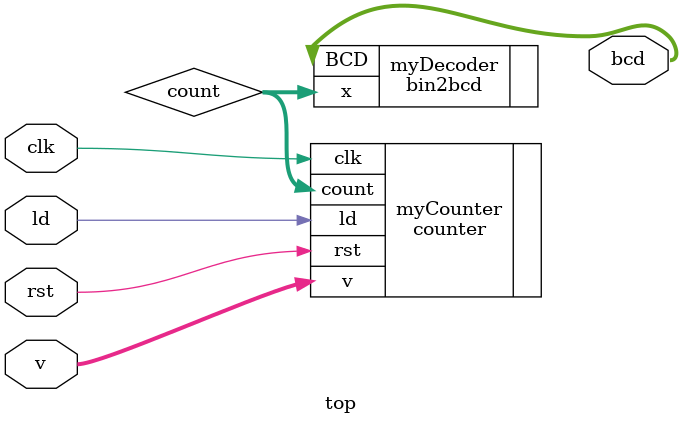
<source format=sv>
module top #(
  parameter WIDTH = 8
)(
  // interface signals
  input  logic             clk,      // clock
  input  logic             rst,      // reset
  input  logic [WIDTH-1:0] v,        // value to preload
  input  logic             ld,
  output logic [11:0]      bcd       // count output
);

  logic  [WIDTH-1:0]       count;    // interconnect wire

counter myCounter (
  .clk (clk),
  .rst (rst),
  .count (count),
  .ld(ld),
  .v(v)
);

bin2bcd myDecoder (
  .x (count),
  .BCD (bcd)
);

endmodule

</source>
